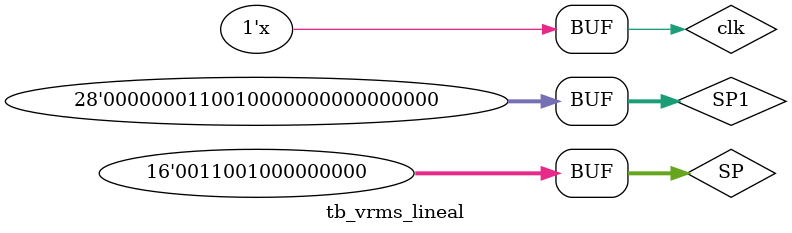
<source format=sv>
`timescale 1ps / 1ps

module tb_vrms_lineal;

logic clk;
logic [15:0] SP;
logic [N-1:0] SP1;
logic [N-1:0] in_0;
logic [N-1:0] in_1;
logic [N-1:0] aux_gg;

parameter Q = 15;
parameter N = 28;

always_comb begin
    SP1[26:7] = SP;
    SP1[N-1] = 0;
    SP1[6:0] = 0;
end

div_v #(Q,N) div0 ( SP1, 3276800, clk, in_0);

Vrms_DC_lineal #(Q,N) lineal1 (in_0,in_1,aux_gg); 

initial begin
    clk = 0; 
    SP = 12800;
end

always begin
    #5 clk = ~clk;
end


endmodule

</source>
